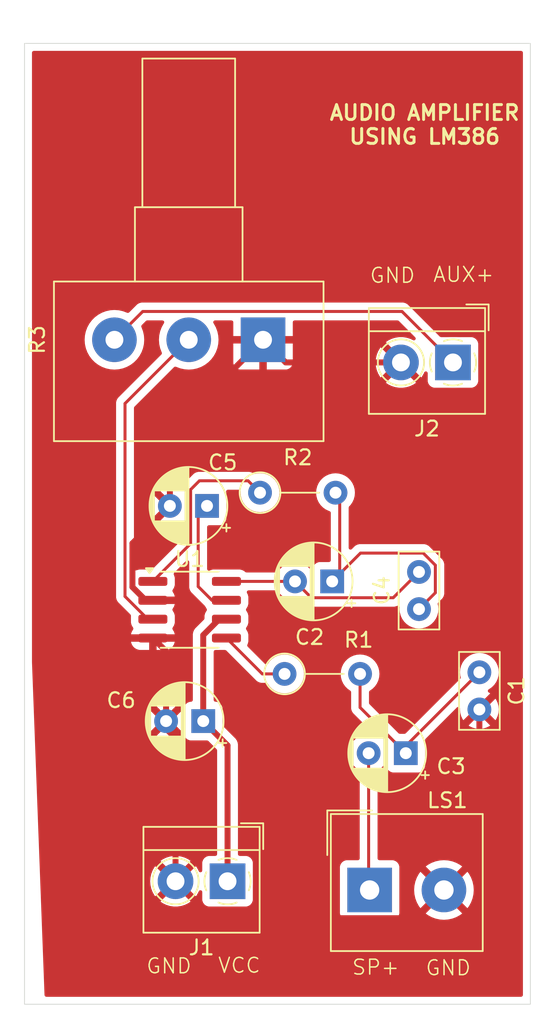
<source format=kicad_pcb>
(kicad_pcb (version 20240108) (generator "pcbnew") (generator_version "8.0")
  (layers (0 "F.Cu" signal) (31 "B.Cu" signal) (36 "B.SilkS" user "B.Silkscreen") (37 "F.SilkS" user "F.Silkscreen") (38 "B.Mask" user) (39 "F.Mask" user) (44 "Edge.Cuts" user))
  (net 0 "")
  (net 1 "Net-(C1-Pad1)")
  (net 2 "GND")
  (net 3 "/GAIN_2")
  (net 4 "Net-(C2-Pad1)")
  (net 5 "/SP+")
  (net 6 "/BYPASS")
  (net 7 "VCC")
  (net 8 "/AUX+")
  (net 9 "/VOUT")
  (net 10 "/GAIN")
  (net 11 "/IN+")
  (footprint "Resistor_THT:R_Axial_DIN0207_L6.3mm_D2.5mm_P5.08mm_Vertical" (layer "F.Cu") (at 102.333 93.98)
    (property "Reference" "R2" (at 2.54 -2.37 0) (layer "F.SilkS"))
    (property "Value" "2.2K")
    (pad "1" thru_hole circle (at 0 0) (size 1.6 1.6) (drill 0.8) (layers "*.Cu" "*.Mask") (net 10 "/GAIN"))
    (pad "2" thru_hole oval (at 5.08 0) (size 1.6 1.6) (drill 0.8) (layers "*.Cu" "*.Mask") (net 4 "Net-(C2-Pad1)"))
  )
  (footprint "Capacitor_THT:CP_Radial_D5.0mm_P2.50mm" (layer "F.Cu") (at 112.141 111.506 180)
    (property "Reference" "C3" (at -3.048 -0.889 360) (layer "F.SilkS"))
    (property "Value" "10uF")
    (pad "1" thru_hole rect (at 0 0 180) (size 1.6 1.6) (drill 0.8) (layers "*.Cu" "*.Mask") (net 1 "Net-(C1-Pad1)"))
    (pad "2" thru_hole circle (at 2.5 0 180) (size 1.6 1.6) (drill 0.8) (layers "*.Cu" "*.Mask") (net 5 "/SP+"))
  )
  (footprint "Capacitor_THT:CP_Radial_D5.0mm_P2.50mm" (layer "F.Cu") (at 98.512 109.347 180)
    (property "Reference" "C6" (at 5.525888 1.397 360) (layer "F.SilkS"))
    (property "Value" "470uF")
    (pad "1" thru_hole rect (at 0 0 180) (size 1.6 1.6) (drill 0.8) (layers "*.Cu" "*.Mask") (net 7 "VCC"))
    (pad "2" thru_hole circle (at 2.5 0 180) (size 1.6 1.6) (drill 0.8) (layers "*.Cu" "*.Mask") (net 2 "GND"))
  )
  (footprint "TerminalBlock_4Ucon:TerminalBlock_4Ucon_1x02_P3.50mm_Horizontal" (layer "F.Cu") (at 100.1475 120.1225 180)
    (property "Reference" "J1" (at 1.75 -4.46 180) (layer "F.SilkS"))
    (property "Value" "Screw_Terminal_01x02")
    (pad "1" thru_hole rect (at 0 0 180) (size 2.4 2.4) (drill 1.2) (layers "*.Cu" "*.Mask") (net 7 "VCC"))
    (pad "2" thru_hole circle (at 3.5 0 180) (size 2.4 2.4) (drill 1.2) (layers "*.Cu" "*.Mask") (net 2 "GND"))
  )
  (footprint "Capacitor_THT:CP_Radial_D5.0mm_P2.50mm" (layer "F.Cu") (at 107.188 99.949 180)
    (property "Reference" "C2" (at 1.524 -3.75 360) (layer "F.SilkS"))
    (property "Value" "10uF")
    (pad "1" thru_hole rect (at 0 0 180) (size 1.6 1.6) (drill 0.8) (layers "*.Cu" "*.Mask") (net 4 "Net-(C2-Pad1)"))
    (pad "2" thru_hole circle (at 2.5 0 180) (size 1.6 1.6) (drill 0.8) (layers "*.Cu" "*.Mask") (net 3 "/GAIN_2"))
  )
  (footprint "TerminalBlock_4Ucon:TerminalBlock_4Ucon_1x02_P3.50mm_Horizontal" (layer "F.Cu") (at 115.316 85.217 180)
    (property "Reference" "J2" (at 1.75 -4.46 180) (layer "F.SilkS"))
    (property "Value" "Screw_Terminal_01x02")
    (pad "1" thru_hole rect (at 0 0 180) (size 2.4 2.4) (drill 1.2) (layers "*.Cu" "*.Mask") (net 8 "/AUX+"))
    (pad "2" thru_hole circle (at 3.5 0 180) (size 2.4 2.4) (drill 1.2) (layers "*.Cu" "*.Mask") (net 2 "GND"))
  )
  (footprint "Resistor_THT:R_Axial_DIN0207_L6.3mm_D2.5mm_P5.08mm_Vertical" (layer "F.Cu") (at 103.984 106.172)
    (property "Reference" "R1" (at 4.982 -2.286 0) (layer "F.SilkS"))
    (property "Value" "10R")
    (pad "1" thru_hole circle (at 0 0) (size 1.6 1.6) (drill 0.8) (layers "*.Cu" "*.Mask") (net 9 "/VOUT"))
    (pad "2" thru_hole oval (at 5.08 0) (size 1.6 1.6) (drill 0.8) (layers "*.Cu" "*.Mask") (net 1 "Net-(C1-Pad1)"))
  )
  (footprint "TerminalBlock_Altech:Altech_AK100_1x02_P5.00mm" (layer "F.Cu") (at 109.7085 120.7095)
    (property "Reference" "LS1" (at 5.2265 -6.0285 0) (layer "F.SilkS"))
    (property "Value" "Speaker")
    (pad "1" thru_hole rect (at 0 0) (size 3 3) (drill 1.3) (layers "*.Cu" "*.Mask") (net 5 "/SP+"))
    (pad "2" thru_hole circle (at 5 0) (size 3 3) (drill 1.3) (layers "*.Cu" "*.Mask") (net 2 "GND"))
  )
  (footprint "Capacitor_THT:C_Disc_D5.0mm_W2.5mm_P2.50mm" (layer "F.Cu") (at 113.03 101.814 90)
    (property "Reference" "C4" (at 1.25 -2.5 90) (layer "F.SilkS"))
    (property "Value" "0.1uF")
    (pad "1" thru_hole circle (at 0 0 90) (size 1.6 1.6) (drill 0.8) (layers "*.Cu" "*.Mask") (net 4 "Net-(C2-Pad1)"))
    (pad "2" thru_hole circle (at 2.5 0 90) (size 1.6 1.6) (drill 0.8) (layers "*.Cu" "*.Mask") (net 3 "/GAIN_2"))
  )
  (footprint "Potentiometer_THT:Potentiometer_Alps_RK163_Single_Horizontal" (layer "F.Cu") (at 102.536 83.693 -90)
    (property "Reference" "R3" (at 0 15.2 90) (layer "F.SilkS"))
    (property "Value" "PT01-D120K1-B103")
    (pad "1" thru_hole rect (at 0 0 90) (size 3 3) (drill 1.2) (layers "*.Cu" "*.Mask") (net 2 "GND"))
    (pad "2" thru_hole circle (at 0 5 90) (size 3 3) (drill 1.2) (layers "*.Cu" "*.Mask") (net 11 "/IN+"))
    (pad "3" thru_hole circle (at 0 10 90) (size 3 3) (drill 1.2) (layers "*.Cu" "*.Mask") (net 8 "/AUX+"))
  )
  (footprint "Capacitor_THT:CP_Radial_D5.0mm_P2.50mm" (layer "F.Cu") (at 98.766 94.869 180)
    (property "Reference" "C5" (at -1.056 2.921 360) (layer "F.SilkS"))
    (property "Value" "10uF")
    (pad "1" thru_hole rect (at 0 0 180) (size 1.6 1.6) (drill 0.8) (layers "*.Cu" "*.Mask") (net 6 "/BYPASS"))
    (pad "2" thru_hole circle (at 2.5 0 180) (size 1.6 1.6) (drill 0.8) (layers "*.Cu" "*.Mask") (net 2 "GND"))
  )
  (footprint "Capacitor_THT:C_Disc_D5.0mm_W2.5mm_P2.50mm" (layer "F.Cu") (at 117.094 106.065 -90)
    (property "Reference" "C1" (at 1.25 -2.5 90) (layer "F.SilkS"))
    (property "Value" "0.1uF")
    (pad "1" thru_hole circle (at 0 0 270) (size 1.6 1.6) (drill 0.8) (layers "*.Cu" "*.Mask") (net 1 "Net-(C1-Pad1)"))
    (pad "2" thru_hole circle (at 2.5 0 270) (size 1.6 1.6) (drill 0.8) (layers "*.Cu" "*.Mask") (net 2 "GND"))
  )
  (footprint "Package_SO:SOIC-8_3.9x4.9mm_P1.27mm" (layer "F.Cu") (at 97.598 101.854)
    (property "Reference" "U1" (at 0 -3.4 0) (layer "F.SilkS"))
    (property "Value" "LM386")
    (pad "1" smd roundrect (at -2.475 -1.905) (size 1.95 0.6) (layers "F.Cu" "F.Paste" "F.Mask") (net 10 "/GAIN"))
    (pad "2" smd roundrect (at -2.475 -0.635) (size 1.95 0.6) (layers "F.Cu" "F.Paste" "F.Mask") (net 2 "GND"))
    (pad "3" smd roundrect (at -2.475 0.635) (size 1.95 0.6) (layers "F.Cu" "F.Paste" "F.Mask") (net 11 "/IN+"))
    (pad "4" smd roundrect (at -2.475 1.905) (size 1.95 0.6) (layers "F.Cu" "F.Paste" "F.Mask") (net 2 "GND"))
    (pad "5" smd roundrect (at 2.475 1.905) (size 1.95 0.6) (layers "F.Cu" "F.Paste" "F.Mask") (net 9 "/VOUT"))
    (pad "6" smd roundrect (at 2.475 0.635) (size 1.95 0.6) (layers "F.Cu" "F.Paste" "F.Mask") (net 7 "VCC"))
    (pad "7" smd roundrect (at 2.475 -0.635) (size 1.95 0.6) (layers "F.Cu" "F.Paste" "F.Mask") (net 6 "/BYPASS"))
    (pad "8" smd roundrect (at 2.475 -1.905) (size 1.95 0.6) (layers "F.Cu" "F.Paste" "F.Mask") (net 3 "/GAIN_2"))
  )
  (gr_rect (start 86.487 63.754) (end 120.523 128.397) (stroke (width 0.05)) (fill none) (layer "Edge.Cuts"))
  (gr_text "SP+\n" (at 108.458 126.492 0) (layer "F.SilkS") (effects (font (size 1 1) (thickness 0.1)) (justify left bottom)))
  (gr_text "GND\n\n" (at 109.656 81.557 0) (layer "F.SilkS") (effects (font (size 1 1) (thickness 0.1)) (justify left bottom)))
  (gr_text "GND\n\n" (at 94.615 128.016 0) (layer "F.SilkS") (effects (font (size 1 1) (thickness 0.1)) (justify left bottom)))
  (gr_text "AUDIO AMPLIFIER\nUSING LM386\n" (at 113.411 70.612 0) (layer "F.SilkS") (effects (font (size 1 1) (thickness 0.2) (bold yes)) (justify bottom)))
  (gr_text "GND\n\n" (at 113.411 128.143 0) (layer "F.SilkS") (effects (font (size 1 1) (thickness 0.1)) (justify left bottom)))
  (gr_text "AUX+" (at 113.919 79.883 0) (layer "F.SilkS") (effects (font (size 1 1) (thickness 0.1)) (justify left bottom)))
  (gr_text "VCC\n" (at 99.441 126.365 0) (layer "F.SilkS") (effects (font (size 1 1) (thickness 0.1)) (justify left bottom)))
  (segment (start 109.064 108.429) (end 112.141 111.506) (width 0.2) (layer "F.Cu") (net 1))
  (segment (start 112.141 111.018) (end 112.141 111.506) (width 0.2) (layer "F.Cu") (net 1))
  (segment (start 109.064 106.172) (end 109.064 108.429) (width 0.2) (layer "F.Cu") (net 1))
  (segment (start 117.094 106.065) (end 112.141 111.018) (width 0.2) (layer "F.Cu") (net 1))
  (segment (start 96.6475 110.4905) (end 96.6475 120.1225) (width 0.4) (layer "F.Cu") (net 2))
  (segment (start 93.748 100.330974) (end 94.636026 101.219) (width 0.4) (layer "F.Cu") (net 2))
  (segment (start 96.266 89.963) (end 96.266 94.869) (width 0.4) (layer "F.Cu") (net 2))
  (segment (start 96.012 109.347) (end 96.012 109.855) (width 0.4) (layer "F.Cu") (net 2))
  (segment (start 96.266 94.869) (end 93.748 97.387) (width 0.4) (layer "F.Cu") (net 2))
  (segment (start 93.748 97.387) (end 93.748 100.330974) (width 0.4) (layer "F.Cu") (net 2))
  (segment (start 95.123 103.759) (end 96.012 104.648) (width 0.4) (layer "F.Cu") (net 2))
  (segment (start 111.816 85.217) (end 104.06 85.217) (width 0.4) (layer "F.Cu") (net 2))
  (segment (start 96.6475 120.1225) (end 99.1345 122.6095) (width 0.4) (layer "F.Cu") (net 2))
  (segment (start 104.06 85.217) (end 102.536 83.693) (width 0.4) (layer "F.Cu") (net 2))
  (segment (start 102.536 83.693) (end 96.266 89.963) (width 0.4) (layer "F.Cu") (net 2))
  (segment (start 94.636026 101.219) (end 95.123 101.219) (width 0.4) (layer "F.Cu") (net 2))
  (segment (start 112.8085 122.6095) (end 114.7085 120.7095) (width 0.4) (layer "F.Cu") (net 2))
  (segment (start 96.012 104.648) (end 96.012 109.347) (width 0.4) (layer "F.Cu") (net 2))
  (segment (start 117.094 118.324) (end 114.7085 120.7095) (width 0.4) (layer "F.Cu") (net 2))
  (segment (start 117.094 108.565) (end 117.094 118.324) (width 0.4) (layer "F.Cu") (net 2))
  (segment (start 99.1345 122.6095) (end 112.8085 122.6095) (width 0.4) (layer "F.Cu") (net 2))
  (segment (start 96.012 109.855) (end 96.6475 110.4905) (width 0.4) (layer "F.Cu") (net 2))
  (segment (start 105.788 101.049) (end 104.688 99.949) (width 0.2) (layer "F.Cu") (net 3))
  (segment (start 113.03 99.314) (end 111.295 101.049) (width 0.2) (layer "F.Cu") (net 3))
  (segment (start 111.295 101.049) (end 105.788 101.049) (width 0.2) (layer "F.Cu") (net 3))
  (segment (start 104.688 99.949) (end 100.073 99.949) (width 0.2) (layer "F.Cu") (net 3))
  (segment (start 114.13 98.858365) (end 113.315635 98.044) (width 0.2) (layer "F.Cu") (net 4))
  (segment (start 113.03 101.814) (end 114.13 100.714) (width 0.2) (layer "F.Cu") (net 4))
  (segment (start 109.093 98.044) (end 107.188 99.949) (width 0.2) (layer "F.Cu") (net 4))
  (segment (start 107.413 93.98) (end 107.696 94.263) (width 0.2) (layer "F.Cu") (net 4))
  (segment (start 113.315635 98.044) (end 109.093 98.044) (width 0.2) (layer "F.Cu") (net 4))
  (segment (start 107.696 94.263) (end 107.696 99.441) (width 0.2) (layer "F.Cu") (net 4))
  (segment (start 114.13 100.714) (end 114.13 98.858365) (width 0.2) (layer "F.Cu") (net 4))
  (segment (start 107.696 99.441) (end 107.188 99.949) (width 0.2) (layer "F.Cu") (net 4))
  (segment (start 109.641 120.642) (end 109.7085 120.7095) (width 0.2) (layer "F.Cu") (net 5))
  (segment (start 109.641 111.506) (end 109.641 120.642) (width 0.2) (layer "F.Cu") (net 5))
  (segment (start 98.171 95.464) (end 98.766 94.869) (width 0.2) (layer "F.Cu") (net 6))
  (segment (start 99.098001 101.219) (end 98.171 100.291999) (width 0.2) (layer "F.Cu") (net 6))
  (segment (start 100.073 101.219) (end 99.098001 101.219) (width 0.2) (layer "F.Cu") (net 6))
  (segment (start 98.171 100.291999) (end 98.171 95.464) (width 0.2) (layer "F.Cu") (net 6))
  (segment (start 100.1475 110.9825) (end 98.512 109.347) (width 0.4) (layer "F.Cu") (net 7))
  (segment (start 99.586026 102.489) (end 100.073 102.489) (width 0.4) (layer "F.Cu") (net 7))
  (segment (start 98.512 103.563026) (end 99.586026 102.489) (width 0.4) (layer "F.Cu") (net 7))
  (segment (start 100.1475 120.1225) (end 100.1475 110.9825) (width 0.4) (layer "F.Cu") (net 7))
  (segment (start 98.512 109.347) (end 98.512 103.563026) (width 0.4) (layer "F.Cu") (net 7))
  (segment (start 92.536 83.693) (end 94.441 81.788) (width 0.2) (layer "F.Cu") (net 8))
  (segment (start 94.441 81.788) (end 111.887 81.788) (width 0.2) (layer "F.Cu") (net 8))
  (segment (start 111.887 81.788) (end 115.316 85.217) (width 0.2) (layer "F.Cu") (net 8))
  (segment (start 102.486 106.172) (end 100.073 103.759) (width 0.2) (layer "F.Cu") (net 9))
  (segment (start 103.984 106.172) (end 102.486 106.172) (width 0.2) (layer "F.Cu") (net 9))
  (segment (start 101.533001 93.180001) (end 98.254999 93.180001) (width 0.2) (layer "F.Cu") (net 10))
  (segment (start 97.663 97.409) (end 95.123 99.949) (width 0.2) (layer "F.Cu") (net 10))
  (segment (start 102.333 93.98) (end 101.533001 93.180001) (width 0.2) (layer "F.Cu") (net 10))
  (segment (start 97.663 93.772) (end 97.663 97.409) (width 0.2) (layer "F.Cu") (net 10))
  (segment (start 98.254999 93.180001) (end 97.663 93.772) (width 0.2) (layer "F.Cu") (net 10))
  (segment (start 97.536 83.693) (end 93.248 87.981) (width 0.2) (layer "F.Cu") (net 11))
  (segment (start 94.777448 102.489) (end 95.123 102.489) (width 0.2) (layer "F.Cu") (net 11))
  (segment (start 93.248 87.981) (end 93.248 100.959552) (width 0.2) (layer "F.Cu") (net 11))
  (segment (start 93.248 100.959552) (end 94.777448 102.489) (width 0.2) (layer "F.Cu") (net 11))
  (zone (net 2) (net_name "GND") (layer "F.Cu") (connect_pads (clearance 0.5)) (min_thickness 0.25) (fill yes (thermal_gap 0.5) (thermal_bridge_width 0.5))
    (polygon (pts (xy 84.836 60.96) (xy 121.031 60.833) (xy 122.047 129.667) (xy 87.884 129.159) (xy 85.725 71.882) (xy 85.725 72.009)))
  )
)
</source>
